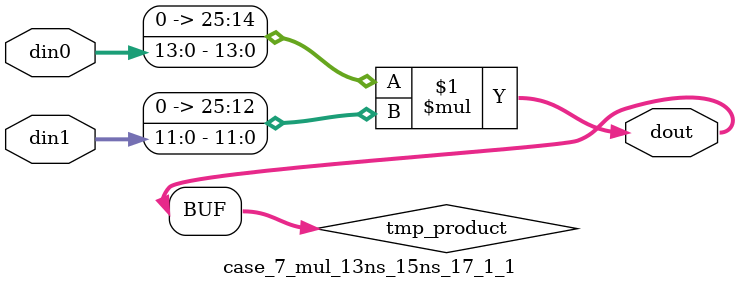
<source format=v>

`timescale 1 ns / 1 ps

 (* use_dsp = "no" *)  module case_7_mul_13ns_15ns_17_1_1(din0, din1, dout);
parameter ID = 1;
parameter NUM_STAGE = 0;
parameter din0_WIDTH = 14;
parameter din1_WIDTH = 12;
parameter dout_WIDTH = 26;

input [din0_WIDTH - 1 : 0] din0; 
input [din1_WIDTH - 1 : 0] din1; 
output [dout_WIDTH - 1 : 0] dout;

wire signed [dout_WIDTH - 1 : 0] tmp_product;
























assign tmp_product = $signed({1'b0, din0}) * $signed({1'b0, din1});











assign dout = tmp_product;





















endmodule

</source>
